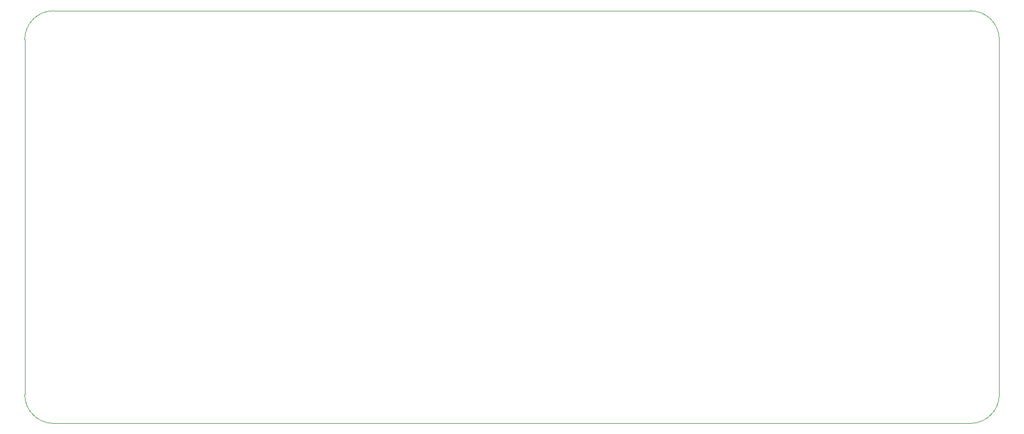
<source format=gbr>
%TF.GenerationSoftware,KiCad,Pcbnew,(6.0.0-0)*%
%TF.CreationDate,2022-04-07T23:04:40-05:00*%
%TF.ProjectId,ESP32RelaySwitcher,45535033-3252-4656-9c61-795377697463,rev?*%
%TF.SameCoordinates,Original*%
%TF.FileFunction,Profile,NP*%
%FSLAX46Y46*%
G04 Gerber Fmt 4.6, Leading zero omitted, Abs format (unit mm)*
G04 Created by KiCad (PCBNEW (6.0.0-0)) date 2022-04-07 23:04:40*
%MOMM*%
%LPD*%
G01*
G04 APERTURE LIST*
%TA.AperFunction,Profile*%
%ADD10C,0.100000*%
%TD*%
G04 APERTURE END LIST*
D10*
X68014042Y-120488113D02*
G75*
G03*
X72514042Y-124988113I4500002J2D01*
G01*
X215487969Y-124988113D02*
G75*
G03*
X219987969Y-120488113I-2J4500002D01*
G01*
X72514044Y-60517041D02*
G75*
G03*
X68014044Y-65017041I2J-4500002D01*
G01*
X72514044Y-60517041D02*
X215487967Y-60517039D01*
X219987967Y-65017039D02*
G75*
G03*
X215487967Y-60517039I-4500002J-2D01*
G01*
X68014042Y-120488113D02*
X68014044Y-65017041D01*
X219987967Y-65017041D02*
X219987969Y-120488113D01*
X215487969Y-124988113D02*
X72514044Y-124988111D01*
M02*

</source>
